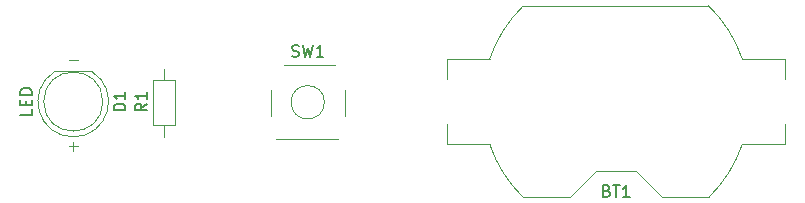
<source format=gto>
%TF.GenerationSoftware,KiCad,Pcbnew,8.0.4*%
%TF.CreationDate,2024-08-23T23:03:49+05:30*%
%TF.ProjectId,Prj 1 - LED torch,50726a20-3120-42d2-904c-454420746f72,0.1*%
%TF.SameCoordinates,Original*%
%TF.FileFunction,Legend,Top*%
%TF.FilePolarity,Positive*%
%FSLAX46Y46*%
G04 Gerber Fmt 4.6, Leading zero omitted, Abs format (unit mm)*
G04 Created by KiCad (PCBNEW 8.0.4) date 2024-08-23 23:03:49*
%MOMM*%
%LPD*%
G01*
G04 APERTURE LIST*
%ADD10C,0.100000*%
%ADD11C,0.150000*%
%ADD12C,0.120000*%
G04 APERTURE END LIST*
D10*
X120603884Y-122691466D02*
X121365789Y-122691466D01*
X120984836Y-123072419D02*
X120984836Y-122310514D01*
X120603884Y-115391466D02*
X121365789Y-115391466D01*
D11*
X127234819Y-119066666D02*
X126758628Y-119399999D01*
X127234819Y-119638094D02*
X126234819Y-119638094D01*
X126234819Y-119638094D02*
X126234819Y-119257142D01*
X126234819Y-119257142D02*
X126282438Y-119161904D01*
X126282438Y-119161904D02*
X126330057Y-119114285D01*
X126330057Y-119114285D02*
X126425295Y-119066666D01*
X126425295Y-119066666D02*
X126568152Y-119066666D01*
X126568152Y-119066666D02*
X126663390Y-119114285D01*
X126663390Y-119114285D02*
X126711009Y-119161904D01*
X126711009Y-119161904D02*
X126758628Y-119257142D01*
X126758628Y-119257142D02*
X126758628Y-119638094D01*
X127234819Y-118114285D02*
X127234819Y-118685713D01*
X127234819Y-118399999D02*
X126234819Y-118399999D01*
X126234819Y-118399999D02*
X126377676Y-118495237D01*
X126377676Y-118495237D02*
X126472914Y-118590475D01*
X126472914Y-118590475D02*
X126520533Y-118685713D01*
X139516667Y-115057200D02*
X139659524Y-115104819D01*
X139659524Y-115104819D02*
X139897619Y-115104819D01*
X139897619Y-115104819D02*
X139992857Y-115057200D01*
X139992857Y-115057200D02*
X140040476Y-115009580D01*
X140040476Y-115009580D02*
X140088095Y-114914342D01*
X140088095Y-114914342D02*
X140088095Y-114819104D01*
X140088095Y-114819104D02*
X140040476Y-114723866D01*
X140040476Y-114723866D02*
X139992857Y-114676247D01*
X139992857Y-114676247D02*
X139897619Y-114628628D01*
X139897619Y-114628628D02*
X139707143Y-114581009D01*
X139707143Y-114581009D02*
X139611905Y-114533390D01*
X139611905Y-114533390D02*
X139564286Y-114485771D01*
X139564286Y-114485771D02*
X139516667Y-114390533D01*
X139516667Y-114390533D02*
X139516667Y-114295295D01*
X139516667Y-114295295D02*
X139564286Y-114200057D01*
X139564286Y-114200057D02*
X139611905Y-114152438D01*
X139611905Y-114152438D02*
X139707143Y-114104819D01*
X139707143Y-114104819D02*
X139945238Y-114104819D01*
X139945238Y-114104819D02*
X140088095Y-114152438D01*
X140421429Y-114104819D02*
X140659524Y-115104819D01*
X140659524Y-115104819D02*
X140850000Y-114390533D01*
X140850000Y-114390533D02*
X141040476Y-115104819D01*
X141040476Y-115104819D02*
X141278572Y-114104819D01*
X142183333Y-115104819D02*
X141611905Y-115104819D01*
X141897619Y-115104819D02*
X141897619Y-114104819D01*
X141897619Y-114104819D02*
X141802381Y-114247676D01*
X141802381Y-114247676D02*
X141707143Y-114342914D01*
X141707143Y-114342914D02*
X141611905Y-114390533D01*
X166164285Y-126451009D02*
X166307142Y-126498628D01*
X166307142Y-126498628D02*
X166354761Y-126546247D01*
X166354761Y-126546247D02*
X166402380Y-126641485D01*
X166402380Y-126641485D02*
X166402380Y-126784342D01*
X166402380Y-126784342D02*
X166354761Y-126879580D01*
X166354761Y-126879580D02*
X166307142Y-126927200D01*
X166307142Y-126927200D02*
X166211904Y-126974819D01*
X166211904Y-126974819D02*
X165830952Y-126974819D01*
X165830952Y-126974819D02*
X165830952Y-125974819D01*
X165830952Y-125974819D02*
X166164285Y-125974819D01*
X166164285Y-125974819D02*
X166259523Y-126022438D01*
X166259523Y-126022438D02*
X166307142Y-126070057D01*
X166307142Y-126070057D02*
X166354761Y-126165295D01*
X166354761Y-126165295D02*
X166354761Y-126260533D01*
X166354761Y-126260533D02*
X166307142Y-126355771D01*
X166307142Y-126355771D02*
X166259523Y-126403390D01*
X166259523Y-126403390D02*
X166164285Y-126451009D01*
X166164285Y-126451009D02*
X165830952Y-126451009D01*
X166688095Y-125974819D02*
X167259523Y-125974819D01*
X166973809Y-126974819D02*
X166973809Y-125974819D01*
X168116666Y-126974819D02*
X167545238Y-126974819D01*
X167830952Y-126974819D02*
X167830952Y-125974819D01*
X167830952Y-125974819D02*
X167735714Y-126117676D01*
X167735714Y-126117676D02*
X167640476Y-126212914D01*
X167640476Y-126212914D02*
X167545238Y-126260533D01*
X125414819Y-119633094D02*
X124414819Y-119633094D01*
X124414819Y-119633094D02*
X124414819Y-119394999D01*
X124414819Y-119394999D02*
X124462438Y-119252142D01*
X124462438Y-119252142D02*
X124557676Y-119156904D01*
X124557676Y-119156904D02*
X124652914Y-119109285D01*
X124652914Y-119109285D02*
X124843390Y-119061666D01*
X124843390Y-119061666D02*
X124986247Y-119061666D01*
X124986247Y-119061666D02*
X125176723Y-119109285D01*
X125176723Y-119109285D02*
X125271961Y-119156904D01*
X125271961Y-119156904D02*
X125367200Y-119252142D01*
X125367200Y-119252142D02*
X125414819Y-119394999D01*
X125414819Y-119394999D02*
X125414819Y-119633094D01*
X125414819Y-118109285D02*
X125414819Y-118680713D01*
X125414819Y-118394999D02*
X124414819Y-118394999D01*
X124414819Y-118394999D02*
X124557676Y-118490237D01*
X124557676Y-118490237D02*
X124652914Y-118585475D01*
X124652914Y-118585475D02*
X124700533Y-118680713D01*
X117494819Y-119537857D02*
X117494819Y-120014047D01*
X117494819Y-120014047D02*
X116494819Y-120014047D01*
X116971009Y-119204523D02*
X116971009Y-118871190D01*
X117494819Y-118728333D02*
X117494819Y-119204523D01*
X117494819Y-119204523D02*
X116494819Y-119204523D01*
X116494819Y-119204523D02*
X116494819Y-118728333D01*
X117494819Y-118299761D02*
X116494819Y-118299761D01*
X116494819Y-118299761D02*
X116494819Y-118061666D01*
X116494819Y-118061666D02*
X116542438Y-117918809D01*
X116542438Y-117918809D02*
X116637676Y-117823571D01*
X116637676Y-117823571D02*
X116732914Y-117775952D01*
X116732914Y-117775952D02*
X116923390Y-117728333D01*
X116923390Y-117728333D02*
X117066247Y-117728333D01*
X117066247Y-117728333D02*
X117256723Y-117775952D01*
X117256723Y-117775952D02*
X117351961Y-117823571D01*
X117351961Y-117823571D02*
X117447200Y-117918809D01*
X117447200Y-117918809D02*
X117494819Y-118061666D01*
X117494819Y-118061666D02*
X117494819Y-118299761D01*
D12*
%TO.C,R1*%
X127780000Y-117070000D02*
X127780000Y-120910000D01*
X127780000Y-120910000D02*
X129620000Y-120910000D01*
X128700000Y-116120000D02*
X128700000Y-117070000D01*
X128700000Y-121860000D02*
X128700000Y-120910000D01*
X129620000Y-117070000D02*
X127780000Y-117070000D01*
X129620000Y-120910000D02*
X129620000Y-117070000D01*
%TO.C,SW1*%
X137730000Y-120100000D02*
X137730000Y-117900000D01*
X138200000Y-122070000D02*
X143400000Y-122070000D01*
X138800000Y-115830000D02*
X143200000Y-115830000D01*
X143970000Y-117900000D02*
X143970000Y-120100000D01*
X142264214Y-118950000D02*
G75*
G02*
X139435786Y-118950000I-1414214J0D01*
G01*
X139435786Y-118950000D02*
G75*
G02*
X142264214Y-118950000I1414214J0D01*
G01*
%TO.C,BT1*%
X152640000Y-115290000D02*
X156258000Y-115290000D01*
X152640000Y-117000000D02*
X152640000Y-115290000D01*
X152640000Y-120800000D02*
X152640000Y-122510000D01*
X156258000Y-122510000D02*
X152640000Y-122510000D01*
X159102700Y-110790000D02*
X174797300Y-110790000D01*
X163090000Y-127010000D02*
X159102700Y-127010000D01*
X165290000Y-124810000D02*
X163090000Y-127010000D01*
X168610000Y-124810000D02*
X165290000Y-124810000D01*
X168610000Y-124810000D02*
X170810000Y-127010000D01*
X174797300Y-127010000D02*
X170810000Y-127010000D01*
X177642000Y-115290000D02*
X181260000Y-115290000D01*
X181260000Y-117000000D02*
X181260000Y-115290000D01*
X181260000Y-120800000D02*
X181260000Y-122510000D01*
X181260000Y-122510000D02*
X177642000Y-122510000D01*
X156258000Y-115290000D02*
G75*
G02*
X159104628Y-110788210I10692020J-3610010D01*
G01*
X159104629Y-127011789D02*
G75*
G02*
X156258000Y-122510000I7845366J8111785D01*
G01*
X174795371Y-110788211D02*
G75*
G02*
X177642000Y-115290000I-7845371J-8111789D01*
G01*
X177642000Y-122510000D02*
G75*
G02*
X174795371Y-127011789I-10692020J3610012D01*
G01*
%TO.C,D1*%
X122545000Y-116335000D02*
X119455000Y-116335000D01*
X121000462Y-121885000D02*
G75*
G02*
X119455170Y-116335000I-462J2990000D01*
G01*
X122544830Y-116335000D02*
G75*
G02*
X120999538Y-121885000I-1544830J-2560000D01*
G01*
X123500000Y-118895000D02*
G75*
G02*
X118500000Y-118895000I-2500000J0D01*
G01*
X118500000Y-118895000D02*
G75*
G02*
X123500000Y-118895000I2500000J0D01*
G01*
%TD*%
M02*

</source>
